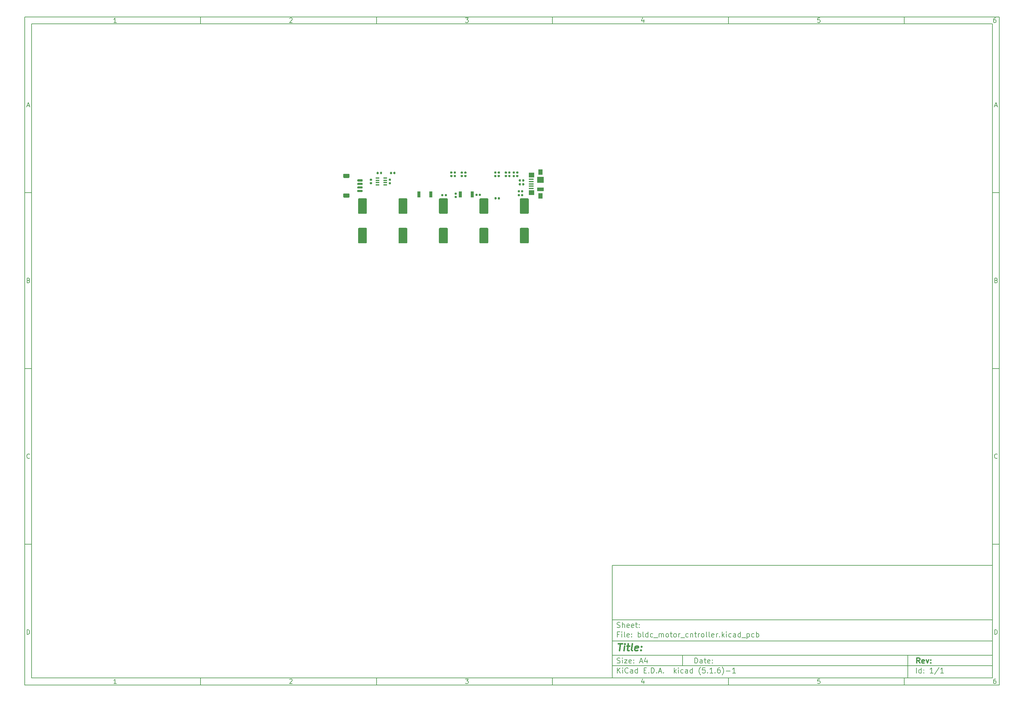
<source format=gbr>
G04 #@! TF.GenerationSoftware,KiCad,Pcbnew,(5.1.6)-1*
G04 #@! TF.CreationDate,2021-03-06T15:59:57+08:00*
G04 #@! TF.ProjectId,bldc_motor_cntroller,626c6463-5f6d-46f7-946f-725f636e7472,rev?*
G04 #@! TF.SameCoordinates,Original*
G04 #@! TF.FileFunction,Paste,Bot*
G04 #@! TF.FilePolarity,Positive*
%FSLAX46Y46*%
G04 Gerber Fmt 4.6, Leading zero omitted, Abs format (unit mm)*
G04 Created by KiCad (PCBNEW (5.1.6)-1) date 2021-03-06 15:59:57*
%MOMM*%
%LPD*%
G01*
G04 APERTURE LIST*
%ADD10C,0.100000*%
%ADD11C,0.150000*%
%ADD12C,0.300000*%
%ADD13C,0.400000*%
%ADD14R,1.900000X1.000000*%
%ADD15R,1.900000X1.800000*%
%ADD16R,1.300000X1.650000*%
%ADD17R,1.550000X1.425000*%
%ADD18R,1.380000X0.450000*%
%ADD19R,1.060000X0.400000*%
%ADD20R,0.900000X1.700000*%
G04 APERTURE END LIST*
D10*
D11*
X177002200Y-166007200D02*
X177002200Y-198007200D01*
X285002200Y-198007200D01*
X285002200Y-166007200D01*
X177002200Y-166007200D01*
D10*
D11*
X10000000Y-10000000D02*
X10000000Y-200007200D01*
X287002200Y-200007200D01*
X287002200Y-10000000D01*
X10000000Y-10000000D01*
D10*
D11*
X12000000Y-12000000D02*
X12000000Y-198007200D01*
X285002200Y-198007200D01*
X285002200Y-12000000D01*
X12000000Y-12000000D01*
D10*
D11*
X60000000Y-12000000D02*
X60000000Y-10000000D01*
D10*
D11*
X110000000Y-12000000D02*
X110000000Y-10000000D01*
D10*
D11*
X160000000Y-12000000D02*
X160000000Y-10000000D01*
D10*
D11*
X210000000Y-12000000D02*
X210000000Y-10000000D01*
D10*
D11*
X260000000Y-12000000D02*
X260000000Y-10000000D01*
D10*
D11*
X36065476Y-11588095D02*
X35322619Y-11588095D01*
X35694047Y-11588095D02*
X35694047Y-10288095D01*
X35570238Y-10473809D01*
X35446428Y-10597619D01*
X35322619Y-10659523D01*
D10*
D11*
X85322619Y-10411904D02*
X85384523Y-10350000D01*
X85508333Y-10288095D01*
X85817857Y-10288095D01*
X85941666Y-10350000D01*
X86003571Y-10411904D01*
X86065476Y-10535714D01*
X86065476Y-10659523D01*
X86003571Y-10845238D01*
X85260714Y-11588095D01*
X86065476Y-11588095D01*
D10*
D11*
X135260714Y-10288095D02*
X136065476Y-10288095D01*
X135632142Y-10783333D01*
X135817857Y-10783333D01*
X135941666Y-10845238D01*
X136003571Y-10907142D01*
X136065476Y-11030952D01*
X136065476Y-11340476D01*
X136003571Y-11464285D01*
X135941666Y-11526190D01*
X135817857Y-11588095D01*
X135446428Y-11588095D01*
X135322619Y-11526190D01*
X135260714Y-11464285D01*
D10*
D11*
X185941666Y-10721428D02*
X185941666Y-11588095D01*
X185632142Y-10226190D02*
X185322619Y-11154761D01*
X186127380Y-11154761D01*
D10*
D11*
X236003571Y-10288095D02*
X235384523Y-10288095D01*
X235322619Y-10907142D01*
X235384523Y-10845238D01*
X235508333Y-10783333D01*
X235817857Y-10783333D01*
X235941666Y-10845238D01*
X236003571Y-10907142D01*
X236065476Y-11030952D01*
X236065476Y-11340476D01*
X236003571Y-11464285D01*
X235941666Y-11526190D01*
X235817857Y-11588095D01*
X235508333Y-11588095D01*
X235384523Y-11526190D01*
X235322619Y-11464285D01*
D10*
D11*
X285941666Y-10288095D02*
X285694047Y-10288095D01*
X285570238Y-10350000D01*
X285508333Y-10411904D01*
X285384523Y-10597619D01*
X285322619Y-10845238D01*
X285322619Y-11340476D01*
X285384523Y-11464285D01*
X285446428Y-11526190D01*
X285570238Y-11588095D01*
X285817857Y-11588095D01*
X285941666Y-11526190D01*
X286003571Y-11464285D01*
X286065476Y-11340476D01*
X286065476Y-11030952D01*
X286003571Y-10907142D01*
X285941666Y-10845238D01*
X285817857Y-10783333D01*
X285570238Y-10783333D01*
X285446428Y-10845238D01*
X285384523Y-10907142D01*
X285322619Y-11030952D01*
D10*
D11*
X60000000Y-198007200D02*
X60000000Y-200007200D01*
D10*
D11*
X110000000Y-198007200D02*
X110000000Y-200007200D01*
D10*
D11*
X160000000Y-198007200D02*
X160000000Y-200007200D01*
D10*
D11*
X210000000Y-198007200D02*
X210000000Y-200007200D01*
D10*
D11*
X260000000Y-198007200D02*
X260000000Y-200007200D01*
D10*
D11*
X36065476Y-199595295D02*
X35322619Y-199595295D01*
X35694047Y-199595295D02*
X35694047Y-198295295D01*
X35570238Y-198481009D01*
X35446428Y-198604819D01*
X35322619Y-198666723D01*
D10*
D11*
X85322619Y-198419104D02*
X85384523Y-198357200D01*
X85508333Y-198295295D01*
X85817857Y-198295295D01*
X85941666Y-198357200D01*
X86003571Y-198419104D01*
X86065476Y-198542914D01*
X86065476Y-198666723D01*
X86003571Y-198852438D01*
X85260714Y-199595295D01*
X86065476Y-199595295D01*
D10*
D11*
X135260714Y-198295295D02*
X136065476Y-198295295D01*
X135632142Y-198790533D01*
X135817857Y-198790533D01*
X135941666Y-198852438D01*
X136003571Y-198914342D01*
X136065476Y-199038152D01*
X136065476Y-199347676D01*
X136003571Y-199471485D01*
X135941666Y-199533390D01*
X135817857Y-199595295D01*
X135446428Y-199595295D01*
X135322619Y-199533390D01*
X135260714Y-199471485D01*
D10*
D11*
X185941666Y-198728628D02*
X185941666Y-199595295D01*
X185632142Y-198233390D02*
X185322619Y-199161961D01*
X186127380Y-199161961D01*
D10*
D11*
X236003571Y-198295295D02*
X235384523Y-198295295D01*
X235322619Y-198914342D01*
X235384523Y-198852438D01*
X235508333Y-198790533D01*
X235817857Y-198790533D01*
X235941666Y-198852438D01*
X236003571Y-198914342D01*
X236065476Y-199038152D01*
X236065476Y-199347676D01*
X236003571Y-199471485D01*
X235941666Y-199533390D01*
X235817857Y-199595295D01*
X235508333Y-199595295D01*
X235384523Y-199533390D01*
X235322619Y-199471485D01*
D10*
D11*
X285941666Y-198295295D02*
X285694047Y-198295295D01*
X285570238Y-198357200D01*
X285508333Y-198419104D01*
X285384523Y-198604819D01*
X285322619Y-198852438D01*
X285322619Y-199347676D01*
X285384523Y-199471485D01*
X285446428Y-199533390D01*
X285570238Y-199595295D01*
X285817857Y-199595295D01*
X285941666Y-199533390D01*
X286003571Y-199471485D01*
X286065476Y-199347676D01*
X286065476Y-199038152D01*
X286003571Y-198914342D01*
X285941666Y-198852438D01*
X285817857Y-198790533D01*
X285570238Y-198790533D01*
X285446428Y-198852438D01*
X285384523Y-198914342D01*
X285322619Y-199038152D01*
D10*
D11*
X10000000Y-60000000D02*
X12000000Y-60000000D01*
D10*
D11*
X10000000Y-110000000D02*
X12000000Y-110000000D01*
D10*
D11*
X10000000Y-160000000D02*
X12000000Y-160000000D01*
D10*
D11*
X10690476Y-35216666D02*
X11309523Y-35216666D01*
X10566666Y-35588095D02*
X11000000Y-34288095D01*
X11433333Y-35588095D01*
D10*
D11*
X11092857Y-84907142D02*
X11278571Y-84969047D01*
X11340476Y-85030952D01*
X11402380Y-85154761D01*
X11402380Y-85340476D01*
X11340476Y-85464285D01*
X11278571Y-85526190D01*
X11154761Y-85588095D01*
X10659523Y-85588095D01*
X10659523Y-84288095D01*
X11092857Y-84288095D01*
X11216666Y-84350000D01*
X11278571Y-84411904D01*
X11340476Y-84535714D01*
X11340476Y-84659523D01*
X11278571Y-84783333D01*
X11216666Y-84845238D01*
X11092857Y-84907142D01*
X10659523Y-84907142D01*
D10*
D11*
X11402380Y-135464285D02*
X11340476Y-135526190D01*
X11154761Y-135588095D01*
X11030952Y-135588095D01*
X10845238Y-135526190D01*
X10721428Y-135402380D01*
X10659523Y-135278571D01*
X10597619Y-135030952D01*
X10597619Y-134845238D01*
X10659523Y-134597619D01*
X10721428Y-134473809D01*
X10845238Y-134350000D01*
X11030952Y-134288095D01*
X11154761Y-134288095D01*
X11340476Y-134350000D01*
X11402380Y-134411904D01*
D10*
D11*
X10659523Y-185588095D02*
X10659523Y-184288095D01*
X10969047Y-184288095D01*
X11154761Y-184350000D01*
X11278571Y-184473809D01*
X11340476Y-184597619D01*
X11402380Y-184845238D01*
X11402380Y-185030952D01*
X11340476Y-185278571D01*
X11278571Y-185402380D01*
X11154761Y-185526190D01*
X10969047Y-185588095D01*
X10659523Y-185588095D01*
D10*
D11*
X287002200Y-60000000D02*
X285002200Y-60000000D01*
D10*
D11*
X287002200Y-110000000D02*
X285002200Y-110000000D01*
D10*
D11*
X287002200Y-160000000D02*
X285002200Y-160000000D01*
D10*
D11*
X285692676Y-35216666D02*
X286311723Y-35216666D01*
X285568866Y-35588095D02*
X286002200Y-34288095D01*
X286435533Y-35588095D01*
D10*
D11*
X286095057Y-84907142D02*
X286280771Y-84969047D01*
X286342676Y-85030952D01*
X286404580Y-85154761D01*
X286404580Y-85340476D01*
X286342676Y-85464285D01*
X286280771Y-85526190D01*
X286156961Y-85588095D01*
X285661723Y-85588095D01*
X285661723Y-84288095D01*
X286095057Y-84288095D01*
X286218866Y-84350000D01*
X286280771Y-84411904D01*
X286342676Y-84535714D01*
X286342676Y-84659523D01*
X286280771Y-84783333D01*
X286218866Y-84845238D01*
X286095057Y-84907142D01*
X285661723Y-84907142D01*
D10*
D11*
X286404580Y-135464285D02*
X286342676Y-135526190D01*
X286156961Y-135588095D01*
X286033152Y-135588095D01*
X285847438Y-135526190D01*
X285723628Y-135402380D01*
X285661723Y-135278571D01*
X285599819Y-135030952D01*
X285599819Y-134845238D01*
X285661723Y-134597619D01*
X285723628Y-134473809D01*
X285847438Y-134350000D01*
X286033152Y-134288095D01*
X286156961Y-134288095D01*
X286342676Y-134350000D01*
X286404580Y-134411904D01*
D10*
D11*
X285661723Y-185588095D02*
X285661723Y-184288095D01*
X285971247Y-184288095D01*
X286156961Y-184350000D01*
X286280771Y-184473809D01*
X286342676Y-184597619D01*
X286404580Y-184845238D01*
X286404580Y-185030952D01*
X286342676Y-185278571D01*
X286280771Y-185402380D01*
X286156961Y-185526190D01*
X285971247Y-185588095D01*
X285661723Y-185588095D01*
D10*
D11*
X200434342Y-193785771D02*
X200434342Y-192285771D01*
X200791485Y-192285771D01*
X201005771Y-192357200D01*
X201148628Y-192500057D01*
X201220057Y-192642914D01*
X201291485Y-192928628D01*
X201291485Y-193142914D01*
X201220057Y-193428628D01*
X201148628Y-193571485D01*
X201005771Y-193714342D01*
X200791485Y-193785771D01*
X200434342Y-193785771D01*
X202577200Y-193785771D02*
X202577200Y-193000057D01*
X202505771Y-192857200D01*
X202362914Y-192785771D01*
X202077200Y-192785771D01*
X201934342Y-192857200D01*
X202577200Y-193714342D02*
X202434342Y-193785771D01*
X202077200Y-193785771D01*
X201934342Y-193714342D01*
X201862914Y-193571485D01*
X201862914Y-193428628D01*
X201934342Y-193285771D01*
X202077200Y-193214342D01*
X202434342Y-193214342D01*
X202577200Y-193142914D01*
X203077200Y-192785771D02*
X203648628Y-192785771D01*
X203291485Y-192285771D02*
X203291485Y-193571485D01*
X203362914Y-193714342D01*
X203505771Y-193785771D01*
X203648628Y-193785771D01*
X204720057Y-193714342D02*
X204577200Y-193785771D01*
X204291485Y-193785771D01*
X204148628Y-193714342D01*
X204077200Y-193571485D01*
X204077200Y-193000057D01*
X204148628Y-192857200D01*
X204291485Y-192785771D01*
X204577200Y-192785771D01*
X204720057Y-192857200D01*
X204791485Y-193000057D01*
X204791485Y-193142914D01*
X204077200Y-193285771D01*
X205434342Y-193642914D02*
X205505771Y-193714342D01*
X205434342Y-193785771D01*
X205362914Y-193714342D01*
X205434342Y-193642914D01*
X205434342Y-193785771D01*
X205434342Y-192857200D02*
X205505771Y-192928628D01*
X205434342Y-193000057D01*
X205362914Y-192928628D01*
X205434342Y-192857200D01*
X205434342Y-193000057D01*
D10*
D11*
X177002200Y-194507200D02*
X285002200Y-194507200D01*
D10*
D11*
X178434342Y-196585771D02*
X178434342Y-195085771D01*
X179291485Y-196585771D02*
X178648628Y-195728628D01*
X179291485Y-195085771D02*
X178434342Y-195942914D01*
X179934342Y-196585771D02*
X179934342Y-195585771D01*
X179934342Y-195085771D02*
X179862914Y-195157200D01*
X179934342Y-195228628D01*
X180005771Y-195157200D01*
X179934342Y-195085771D01*
X179934342Y-195228628D01*
X181505771Y-196442914D02*
X181434342Y-196514342D01*
X181220057Y-196585771D01*
X181077200Y-196585771D01*
X180862914Y-196514342D01*
X180720057Y-196371485D01*
X180648628Y-196228628D01*
X180577200Y-195942914D01*
X180577200Y-195728628D01*
X180648628Y-195442914D01*
X180720057Y-195300057D01*
X180862914Y-195157200D01*
X181077200Y-195085771D01*
X181220057Y-195085771D01*
X181434342Y-195157200D01*
X181505771Y-195228628D01*
X182791485Y-196585771D02*
X182791485Y-195800057D01*
X182720057Y-195657200D01*
X182577200Y-195585771D01*
X182291485Y-195585771D01*
X182148628Y-195657200D01*
X182791485Y-196514342D02*
X182648628Y-196585771D01*
X182291485Y-196585771D01*
X182148628Y-196514342D01*
X182077200Y-196371485D01*
X182077200Y-196228628D01*
X182148628Y-196085771D01*
X182291485Y-196014342D01*
X182648628Y-196014342D01*
X182791485Y-195942914D01*
X184148628Y-196585771D02*
X184148628Y-195085771D01*
X184148628Y-196514342D02*
X184005771Y-196585771D01*
X183720057Y-196585771D01*
X183577200Y-196514342D01*
X183505771Y-196442914D01*
X183434342Y-196300057D01*
X183434342Y-195871485D01*
X183505771Y-195728628D01*
X183577200Y-195657200D01*
X183720057Y-195585771D01*
X184005771Y-195585771D01*
X184148628Y-195657200D01*
X186005771Y-195800057D02*
X186505771Y-195800057D01*
X186720057Y-196585771D02*
X186005771Y-196585771D01*
X186005771Y-195085771D01*
X186720057Y-195085771D01*
X187362914Y-196442914D02*
X187434342Y-196514342D01*
X187362914Y-196585771D01*
X187291485Y-196514342D01*
X187362914Y-196442914D01*
X187362914Y-196585771D01*
X188077200Y-196585771D02*
X188077200Y-195085771D01*
X188434342Y-195085771D01*
X188648628Y-195157200D01*
X188791485Y-195300057D01*
X188862914Y-195442914D01*
X188934342Y-195728628D01*
X188934342Y-195942914D01*
X188862914Y-196228628D01*
X188791485Y-196371485D01*
X188648628Y-196514342D01*
X188434342Y-196585771D01*
X188077200Y-196585771D01*
X189577200Y-196442914D02*
X189648628Y-196514342D01*
X189577200Y-196585771D01*
X189505771Y-196514342D01*
X189577200Y-196442914D01*
X189577200Y-196585771D01*
X190220057Y-196157200D02*
X190934342Y-196157200D01*
X190077200Y-196585771D02*
X190577200Y-195085771D01*
X191077200Y-196585771D01*
X191577200Y-196442914D02*
X191648628Y-196514342D01*
X191577200Y-196585771D01*
X191505771Y-196514342D01*
X191577200Y-196442914D01*
X191577200Y-196585771D01*
X194577200Y-196585771D02*
X194577200Y-195085771D01*
X194720057Y-196014342D02*
X195148628Y-196585771D01*
X195148628Y-195585771D02*
X194577200Y-196157200D01*
X195791485Y-196585771D02*
X195791485Y-195585771D01*
X195791485Y-195085771D02*
X195720057Y-195157200D01*
X195791485Y-195228628D01*
X195862914Y-195157200D01*
X195791485Y-195085771D01*
X195791485Y-195228628D01*
X197148628Y-196514342D02*
X197005771Y-196585771D01*
X196720057Y-196585771D01*
X196577200Y-196514342D01*
X196505771Y-196442914D01*
X196434342Y-196300057D01*
X196434342Y-195871485D01*
X196505771Y-195728628D01*
X196577200Y-195657200D01*
X196720057Y-195585771D01*
X197005771Y-195585771D01*
X197148628Y-195657200D01*
X198434342Y-196585771D02*
X198434342Y-195800057D01*
X198362914Y-195657200D01*
X198220057Y-195585771D01*
X197934342Y-195585771D01*
X197791485Y-195657200D01*
X198434342Y-196514342D02*
X198291485Y-196585771D01*
X197934342Y-196585771D01*
X197791485Y-196514342D01*
X197720057Y-196371485D01*
X197720057Y-196228628D01*
X197791485Y-196085771D01*
X197934342Y-196014342D01*
X198291485Y-196014342D01*
X198434342Y-195942914D01*
X199791485Y-196585771D02*
X199791485Y-195085771D01*
X199791485Y-196514342D02*
X199648628Y-196585771D01*
X199362914Y-196585771D01*
X199220057Y-196514342D01*
X199148628Y-196442914D01*
X199077200Y-196300057D01*
X199077200Y-195871485D01*
X199148628Y-195728628D01*
X199220057Y-195657200D01*
X199362914Y-195585771D01*
X199648628Y-195585771D01*
X199791485Y-195657200D01*
X202077200Y-197157200D02*
X202005771Y-197085771D01*
X201862914Y-196871485D01*
X201791485Y-196728628D01*
X201720057Y-196514342D01*
X201648628Y-196157200D01*
X201648628Y-195871485D01*
X201720057Y-195514342D01*
X201791485Y-195300057D01*
X201862914Y-195157200D01*
X202005771Y-194942914D01*
X202077200Y-194871485D01*
X203362914Y-195085771D02*
X202648628Y-195085771D01*
X202577200Y-195800057D01*
X202648628Y-195728628D01*
X202791485Y-195657200D01*
X203148628Y-195657200D01*
X203291485Y-195728628D01*
X203362914Y-195800057D01*
X203434342Y-195942914D01*
X203434342Y-196300057D01*
X203362914Y-196442914D01*
X203291485Y-196514342D01*
X203148628Y-196585771D01*
X202791485Y-196585771D01*
X202648628Y-196514342D01*
X202577200Y-196442914D01*
X204077200Y-196442914D02*
X204148628Y-196514342D01*
X204077200Y-196585771D01*
X204005771Y-196514342D01*
X204077200Y-196442914D01*
X204077200Y-196585771D01*
X205577200Y-196585771D02*
X204720057Y-196585771D01*
X205148628Y-196585771D02*
X205148628Y-195085771D01*
X205005771Y-195300057D01*
X204862914Y-195442914D01*
X204720057Y-195514342D01*
X206220057Y-196442914D02*
X206291485Y-196514342D01*
X206220057Y-196585771D01*
X206148628Y-196514342D01*
X206220057Y-196442914D01*
X206220057Y-196585771D01*
X207577200Y-195085771D02*
X207291485Y-195085771D01*
X207148628Y-195157200D01*
X207077200Y-195228628D01*
X206934342Y-195442914D01*
X206862914Y-195728628D01*
X206862914Y-196300057D01*
X206934342Y-196442914D01*
X207005771Y-196514342D01*
X207148628Y-196585771D01*
X207434342Y-196585771D01*
X207577200Y-196514342D01*
X207648628Y-196442914D01*
X207720057Y-196300057D01*
X207720057Y-195942914D01*
X207648628Y-195800057D01*
X207577200Y-195728628D01*
X207434342Y-195657200D01*
X207148628Y-195657200D01*
X207005771Y-195728628D01*
X206934342Y-195800057D01*
X206862914Y-195942914D01*
X208220057Y-197157200D02*
X208291485Y-197085771D01*
X208434342Y-196871485D01*
X208505771Y-196728628D01*
X208577200Y-196514342D01*
X208648628Y-196157200D01*
X208648628Y-195871485D01*
X208577200Y-195514342D01*
X208505771Y-195300057D01*
X208434342Y-195157200D01*
X208291485Y-194942914D01*
X208220057Y-194871485D01*
X209362914Y-196014342D02*
X210505771Y-196014342D01*
X212005771Y-196585771D02*
X211148628Y-196585771D01*
X211577200Y-196585771D02*
X211577200Y-195085771D01*
X211434342Y-195300057D01*
X211291485Y-195442914D01*
X211148628Y-195514342D01*
D10*
D11*
X177002200Y-191507200D02*
X285002200Y-191507200D01*
D10*
D12*
X264411485Y-193785771D02*
X263911485Y-193071485D01*
X263554342Y-193785771D02*
X263554342Y-192285771D01*
X264125771Y-192285771D01*
X264268628Y-192357200D01*
X264340057Y-192428628D01*
X264411485Y-192571485D01*
X264411485Y-192785771D01*
X264340057Y-192928628D01*
X264268628Y-193000057D01*
X264125771Y-193071485D01*
X263554342Y-193071485D01*
X265625771Y-193714342D02*
X265482914Y-193785771D01*
X265197200Y-193785771D01*
X265054342Y-193714342D01*
X264982914Y-193571485D01*
X264982914Y-193000057D01*
X265054342Y-192857200D01*
X265197200Y-192785771D01*
X265482914Y-192785771D01*
X265625771Y-192857200D01*
X265697200Y-193000057D01*
X265697200Y-193142914D01*
X264982914Y-193285771D01*
X266197200Y-192785771D02*
X266554342Y-193785771D01*
X266911485Y-192785771D01*
X267482914Y-193642914D02*
X267554342Y-193714342D01*
X267482914Y-193785771D01*
X267411485Y-193714342D01*
X267482914Y-193642914D01*
X267482914Y-193785771D01*
X267482914Y-192857200D02*
X267554342Y-192928628D01*
X267482914Y-193000057D01*
X267411485Y-192928628D01*
X267482914Y-192857200D01*
X267482914Y-193000057D01*
D10*
D11*
X178362914Y-193714342D02*
X178577200Y-193785771D01*
X178934342Y-193785771D01*
X179077200Y-193714342D01*
X179148628Y-193642914D01*
X179220057Y-193500057D01*
X179220057Y-193357200D01*
X179148628Y-193214342D01*
X179077200Y-193142914D01*
X178934342Y-193071485D01*
X178648628Y-193000057D01*
X178505771Y-192928628D01*
X178434342Y-192857200D01*
X178362914Y-192714342D01*
X178362914Y-192571485D01*
X178434342Y-192428628D01*
X178505771Y-192357200D01*
X178648628Y-192285771D01*
X179005771Y-192285771D01*
X179220057Y-192357200D01*
X179862914Y-193785771D02*
X179862914Y-192785771D01*
X179862914Y-192285771D02*
X179791485Y-192357200D01*
X179862914Y-192428628D01*
X179934342Y-192357200D01*
X179862914Y-192285771D01*
X179862914Y-192428628D01*
X180434342Y-192785771D02*
X181220057Y-192785771D01*
X180434342Y-193785771D01*
X181220057Y-193785771D01*
X182362914Y-193714342D02*
X182220057Y-193785771D01*
X181934342Y-193785771D01*
X181791485Y-193714342D01*
X181720057Y-193571485D01*
X181720057Y-193000057D01*
X181791485Y-192857200D01*
X181934342Y-192785771D01*
X182220057Y-192785771D01*
X182362914Y-192857200D01*
X182434342Y-193000057D01*
X182434342Y-193142914D01*
X181720057Y-193285771D01*
X183077200Y-193642914D02*
X183148628Y-193714342D01*
X183077200Y-193785771D01*
X183005771Y-193714342D01*
X183077200Y-193642914D01*
X183077200Y-193785771D01*
X183077200Y-192857200D02*
X183148628Y-192928628D01*
X183077200Y-193000057D01*
X183005771Y-192928628D01*
X183077200Y-192857200D01*
X183077200Y-193000057D01*
X184862914Y-193357200D02*
X185577200Y-193357200D01*
X184720057Y-193785771D02*
X185220057Y-192285771D01*
X185720057Y-193785771D01*
X186862914Y-192785771D02*
X186862914Y-193785771D01*
X186505771Y-192214342D02*
X186148628Y-193285771D01*
X187077200Y-193285771D01*
D10*
D11*
X263434342Y-196585771D02*
X263434342Y-195085771D01*
X264791485Y-196585771D02*
X264791485Y-195085771D01*
X264791485Y-196514342D02*
X264648628Y-196585771D01*
X264362914Y-196585771D01*
X264220057Y-196514342D01*
X264148628Y-196442914D01*
X264077200Y-196300057D01*
X264077200Y-195871485D01*
X264148628Y-195728628D01*
X264220057Y-195657200D01*
X264362914Y-195585771D01*
X264648628Y-195585771D01*
X264791485Y-195657200D01*
X265505771Y-196442914D02*
X265577200Y-196514342D01*
X265505771Y-196585771D01*
X265434342Y-196514342D01*
X265505771Y-196442914D01*
X265505771Y-196585771D01*
X265505771Y-195657200D02*
X265577200Y-195728628D01*
X265505771Y-195800057D01*
X265434342Y-195728628D01*
X265505771Y-195657200D01*
X265505771Y-195800057D01*
X268148628Y-196585771D02*
X267291485Y-196585771D01*
X267720057Y-196585771D02*
X267720057Y-195085771D01*
X267577200Y-195300057D01*
X267434342Y-195442914D01*
X267291485Y-195514342D01*
X269862914Y-195014342D02*
X268577200Y-196942914D01*
X271148628Y-196585771D02*
X270291485Y-196585771D01*
X270720057Y-196585771D02*
X270720057Y-195085771D01*
X270577200Y-195300057D01*
X270434342Y-195442914D01*
X270291485Y-195514342D01*
D10*
D11*
X177002200Y-187507200D02*
X285002200Y-187507200D01*
D10*
D13*
X178714580Y-188211961D02*
X179857438Y-188211961D01*
X179036009Y-190211961D02*
X179286009Y-188211961D01*
X180274104Y-190211961D02*
X180440771Y-188878628D01*
X180524104Y-188211961D02*
X180416961Y-188307200D01*
X180500295Y-188402438D01*
X180607438Y-188307200D01*
X180524104Y-188211961D01*
X180500295Y-188402438D01*
X181107438Y-188878628D02*
X181869342Y-188878628D01*
X181476485Y-188211961D02*
X181262200Y-189926247D01*
X181333628Y-190116723D01*
X181512200Y-190211961D01*
X181702676Y-190211961D01*
X182655057Y-190211961D02*
X182476485Y-190116723D01*
X182405057Y-189926247D01*
X182619342Y-188211961D01*
X184190771Y-190116723D02*
X183988390Y-190211961D01*
X183607438Y-190211961D01*
X183428866Y-190116723D01*
X183357438Y-189926247D01*
X183452676Y-189164342D01*
X183571723Y-188973866D01*
X183774104Y-188878628D01*
X184155057Y-188878628D01*
X184333628Y-188973866D01*
X184405057Y-189164342D01*
X184381247Y-189354819D01*
X183405057Y-189545295D01*
X185155057Y-190021485D02*
X185238390Y-190116723D01*
X185131247Y-190211961D01*
X185047914Y-190116723D01*
X185155057Y-190021485D01*
X185131247Y-190211961D01*
X185286009Y-188973866D02*
X185369342Y-189069104D01*
X185262200Y-189164342D01*
X185178866Y-189069104D01*
X185286009Y-188973866D01*
X185262200Y-189164342D01*
D10*
D11*
X178934342Y-185600057D02*
X178434342Y-185600057D01*
X178434342Y-186385771D02*
X178434342Y-184885771D01*
X179148628Y-184885771D01*
X179720057Y-186385771D02*
X179720057Y-185385771D01*
X179720057Y-184885771D02*
X179648628Y-184957200D01*
X179720057Y-185028628D01*
X179791485Y-184957200D01*
X179720057Y-184885771D01*
X179720057Y-185028628D01*
X180648628Y-186385771D02*
X180505771Y-186314342D01*
X180434342Y-186171485D01*
X180434342Y-184885771D01*
X181791485Y-186314342D02*
X181648628Y-186385771D01*
X181362914Y-186385771D01*
X181220057Y-186314342D01*
X181148628Y-186171485D01*
X181148628Y-185600057D01*
X181220057Y-185457200D01*
X181362914Y-185385771D01*
X181648628Y-185385771D01*
X181791485Y-185457200D01*
X181862914Y-185600057D01*
X181862914Y-185742914D01*
X181148628Y-185885771D01*
X182505771Y-186242914D02*
X182577200Y-186314342D01*
X182505771Y-186385771D01*
X182434342Y-186314342D01*
X182505771Y-186242914D01*
X182505771Y-186385771D01*
X182505771Y-185457200D02*
X182577200Y-185528628D01*
X182505771Y-185600057D01*
X182434342Y-185528628D01*
X182505771Y-185457200D01*
X182505771Y-185600057D01*
X184362914Y-186385771D02*
X184362914Y-184885771D01*
X184362914Y-185457200D02*
X184505771Y-185385771D01*
X184791485Y-185385771D01*
X184934342Y-185457200D01*
X185005771Y-185528628D01*
X185077200Y-185671485D01*
X185077200Y-186100057D01*
X185005771Y-186242914D01*
X184934342Y-186314342D01*
X184791485Y-186385771D01*
X184505771Y-186385771D01*
X184362914Y-186314342D01*
X185934342Y-186385771D02*
X185791485Y-186314342D01*
X185720057Y-186171485D01*
X185720057Y-184885771D01*
X187148628Y-186385771D02*
X187148628Y-184885771D01*
X187148628Y-186314342D02*
X187005771Y-186385771D01*
X186720057Y-186385771D01*
X186577200Y-186314342D01*
X186505771Y-186242914D01*
X186434342Y-186100057D01*
X186434342Y-185671485D01*
X186505771Y-185528628D01*
X186577200Y-185457200D01*
X186720057Y-185385771D01*
X187005771Y-185385771D01*
X187148628Y-185457200D01*
X188505771Y-186314342D02*
X188362914Y-186385771D01*
X188077200Y-186385771D01*
X187934342Y-186314342D01*
X187862914Y-186242914D01*
X187791485Y-186100057D01*
X187791485Y-185671485D01*
X187862914Y-185528628D01*
X187934342Y-185457200D01*
X188077200Y-185385771D01*
X188362914Y-185385771D01*
X188505771Y-185457200D01*
X188791485Y-186528628D02*
X189934342Y-186528628D01*
X190291485Y-186385771D02*
X190291485Y-185385771D01*
X190291485Y-185528628D02*
X190362914Y-185457200D01*
X190505771Y-185385771D01*
X190720057Y-185385771D01*
X190862914Y-185457200D01*
X190934342Y-185600057D01*
X190934342Y-186385771D01*
X190934342Y-185600057D02*
X191005771Y-185457200D01*
X191148628Y-185385771D01*
X191362914Y-185385771D01*
X191505771Y-185457200D01*
X191577200Y-185600057D01*
X191577200Y-186385771D01*
X192505771Y-186385771D02*
X192362914Y-186314342D01*
X192291485Y-186242914D01*
X192220057Y-186100057D01*
X192220057Y-185671485D01*
X192291485Y-185528628D01*
X192362914Y-185457200D01*
X192505771Y-185385771D01*
X192720057Y-185385771D01*
X192862914Y-185457200D01*
X192934342Y-185528628D01*
X193005771Y-185671485D01*
X193005771Y-186100057D01*
X192934342Y-186242914D01*
X192862914Y-186314342D01*
X192720057Y-186385771D01*
X192505771Y-186385771D01*
X193434342Y-185385771D02*
X194005771Y-185385771D01*
X193648628Y-184885771D02*
X193648628Y-186171485D01*
X193720057Y-186314342D01*
X193862914Y-186385771D01*
X194005771Y-186385771D01*
X194720057Y-186385771D02*
X194577200Y-186314342D01*
X194505771Y-186242914D01*
X194434342Y-186100057D01*
X194434342Y-185671485D01*
X194505771Y-185528628D01*
X194577200Y-185457200D01*
X194720057Y-185385771D01*
X194934342Y-185385771D01*
X195077200Y-185457200D01*
X195148628Y-185528628D01*
X195220057Y-185671485D01*
X195220057Y-186100057D01*
X195148628Y-186242914D01*
X195077200Y-186314342D01*
X194934342Y-186385771D01*
X194720057Y-186385771D01*
X195862914Y-186385771D02*
X195862914Y-185385771D01*
X195862914Y-185671485D02*
X195934342Y-185528628D01*
X196005771Y-185457200D01*
X196148628Y-185385771D01*
X196291485Y-185385771D01*
X196434342Y-186528628D02*
X197577200Y-186528628D01*
X198577200Y-186314342D02*
X198434342Y-186385771D01*
X198148628Y-186385771D01*
X198005771Y-186314342D01*
X197934342Y-186242914D01*
X197862914Y-186100057D01*
X197862914Y-185671485D01*
X197934342Y-185528628D01*
X198005771Y-185457200D01*
X198148628Y-185385771D01*
X198434342Y-185385771D01*
X198577200Y-185457200D01*
X199220057Y-185385771D02*
X199220057Y-186385771D01*
X199220057Y-185528628D02*
X199291485Y-185457200D01*
X199434342Y-185385771D01*
X199648628Y-185385771D01*
X199791485Y-185457200D01*
X199862914Y-185600057D01*
X199862914Y-186385771D01*
X200362914Y-185385771D02*
X200934342Y-185385771D01*
X200577200Y-184885771D02*
X200577200Y-186171485D01*
X200648628Y-186314342D01*
X200791485Y-186385771D01*
X200934342Y-186385771D01*
X201434342Y-186385771D02*
X201434342Y-185385771D01*
X201434342Y-185671485D02*
X201505771Y-185528628D01*
X201577200Y-185457200D01*
X201720057Y-185385771D01*
X201862914Y-185385771D01*
X202577200Y-186385771D02*
X202434342Y-186314342D01*
X202362914Y-186242914D01*
X202291485Y-186100057D01*
X202291485Y-185671485D01*
X202362914Y-185528628D01*
X202434342Y-185457200D01*
X202577200Y-185385771D01*
X202791485Y-185385771D01*
X202934342Y-185457200D01*
X203005771Y-185528628D01*
X203077200Y-185671485D01*
X203077200Y-186100057D01*
X203005771Y-186242914D01*
X202934342Y-186314342D01*
X202791485Y-186385771D01*
X202577200Y-186385771D01*
X203934342Y-186385771D02*
X203791485Y-186314342D01*
X203720057Y-186171485D01*
X203720057Y-184885771D01*
X204720057Y-186385771D02*
X204577200Y-186314342D01*
X204505771Y-186171485D01*
X204505771Y-184885771D01*
X205862914Y-186314342D02*
X205720057Y-186385771D01*
X205434342Y-186385771D01*
X205291485Y-186314342D01*
X205220057Y-186171485D01*
X205220057Y-185600057D01*
X205291485Y-185457200D01*
X205434342Y-185385771D01*
X205720057Y-185385771D01*
X205862914Y-185457200D01*
X205934342Y-185600057D01*
X205934342Y-185742914D01*
X205220057Y-185885771D01*
X206577200Y-186385771D02*
X206577200Y-185385771D01*
X206577200Y-185671485D02*
X206648628Y-185528628D01*
X206720057Y-185457200D01*
X206862914Y-185385771D01*
X207005771Y-185385771D01*
X207505771Y-186242914D02*
X207577200Y-186314342D01*
X207505771Y-186385771D01*
X207434342Y-186314342D01*
X207505771Y-186242914D01*
X207505771Y-186385771D01*
X208220057Y-186385771D02*
X208220057Y-184885771D01*
X208362914Y-185814342D02*
X208791485Y-186385771D01*
X208791485Y-185385771D02*
X208220057Y-185957200D01*
X209434342Y-186385771D02*
X209434342Y-185385771D01*
X209434342Y-184885771D02*
X209362914Y-184957200D01*
X209434342Y-185028628D01*
X209505771Y-184957200D01*
X209434342Y-184885771D01*
X209434342Y-185028628D01*
X210791485Y-186314342D02*
X210648628Y-186385771D01*
X210362914Y-186385771D01*
X210220057Y-186314342D01*
X210148628Y-186242914D01*
X210077200Y-186100057D01*
X210077200Y-185671485D01*
X210148628Y-185528628D01*
X210220057Y-185457200D01*
X210362914Y-185385771D01*
X210648628Y-185385771D01*
X210791485Y-185457200D01*
X212077200Y-186385771D02*
X212077200Y-185600057D01*
X212005771Y-185457200D01*
X211862914Y-185385771D01*
X211577200Y-185385771D01*
X211434342Y-185457200D01*
X212077200Y-186314342D02*
X211934342Y-186385771D01*
X211577200Y-186385771D01*
X211434342Y-186314342D01*
X211362914Y-186171485D01*
X211362914Y-186028628D01*
X211434342Y-185885771D01*
X211577200Y-185814342D01*
X211934342Y-185814342D01*
X212077200Y-185742914D01*
X213434342Y-186385771D02*
X213434342Y-184885771D01*
X213434342Y-186314342D02*
X213291485Y-186385771D01*
X213005771Y-186385771D01*
X212862914Y-186314342D01*
X212791485Y-186242914D01*
X212720057Y-186100057D01*
X212720057Y-185671485D01*
X212791485Y-185528628D01*
X212862914Y-185457200D01*
X213005771Y-185385771D01*
X213291485Y-185385771D01*
X213434342Y-185457200D01*
X213791485Y-186528628D02*
X214934342Y-186528628D01*
X215291485Y-185385771D02*
X215291485Y-186885771D01*
X215291485Y-185457200D02*
X215434342Y-185385771D01*
X215720057Y-185385771D01*
X215862914Y-185457200D01*
X215934342Y-185528628D01*
X216005771Y-185671485D01*
X216005771Y-186100057D01*
X215934342Y-186242914D01*
X215862914Y-186314342D01*
X215720057Y-186385771D01*
X215434342Y-186385771D01*
X215291485Y-186314342D01*
X217291485Y-186314342D02*
X217148628Y-186385771D01*
X216862914Y-186385771D01*
X216720057Y-186314342D01*
X216648628Y-186242914D01*
X216577200Y-186100057D01*
X216577200Y-185671485D01*
X216648628Y-185528628D01*
X216720057Y-185457200D01*
X216862914Y-185385771D01*
X217148628Y-185385771D01*
X217291485Y-185457200D01*
X217934342Y-186385771D02*
X217934342Y-184885771D01*
X217934342Y-185457200D02*
X218077200Y-185385771D01*
X218362914Y-185385771D01*
X218505771Y-185457200D01*
X218577200Y-185528628D01*
X218648628Y-185671485D01*
X218648628Y-186100057D01*
X218577200Y-186242914D01*
X218505771Y-186314342D01*
X218362914Y-186385771D01*
X218077200Y-186385771D01*
X217934342Y-186314342D01*
D10*
D11*
X177002200Y-181507200D02*
X285002200Y-181507200D01*
D10*
D11*
X178362914Y-183614342D02*
X178577200Y-183685771D01*
X178934342Y-183685771D01*
X179077200Y-183614342D01*
X179148628Y-183542914D01*
X179220057Y-183400057D01*
X179220057Y-183257200D01*
X179148628Y-183114342D01*
X179077200Y-183042914D01*
X178934342Y-182971485D01*
X178648628Y-182900057D01*
X178505771Y-182828628D01*
X178434342Y-182757200D01*
X178362914Y-182614342D01*
X178362914Y-182471485D01*
X178434342Y-182328628D01*
X178505771Y-182257200D01*
X178648628Y-182185771D01*
X179005771Y-182185771D01*
X179220057Y-182257200D01*
X179862914Y-183685771D02*
X179862914Y-182185771D01*
X180505771Y-183685771D02*
X180505771Y-182900057D01*
X180434342Y-182757200D01*
X180291485Y-182685771D01*
X180077200Y-182685771D01*
X179934342Y-182757200D01*
X179862914Y-182828628D01*
X181791485Y-183614342D02*
X181648628Y-183685771D01*
X181362914Y-183685771D01*
X181220057Y-183614342D01*
X181148628Y-183471485D01*
X181148628Y-182900057D01*
X181220057Y-182757200D01*
X181362914Y-182685771D01*
X181648628Y-182685771D01*
X181791485Y-182757200D01*
X181862914Y-182900057D01*
X181862914Y-183042914D01*
X181148628Y-183185771D01*
X183077200Y-183614342D02*
X182934342Y-183685771D01*
X182648628Y-183685771D01*
X182505771Y-183614342D01*
X182434342Y-183471485D01*
X182434342Y-182900057D01*
X182505771Y-182757200D01*
X182648628Y-182685771D01*
X182934342Y-182685771D01*
X183077200Y-182757200D01*
X183148628Y-182900057D01*
X183148628Y-183042914D01*
X182434342Y-183185771D01*
X183577200Y-182685771D02*
X184148628Y-182685771D01*
X183791485Y-182185771D02*
X183791485Y-183471485D01*
X183862914Y-183614342D01*
X184005771Y-183685771D01*
X184148628Y-183685771D01*
X184648628Y-183542914D02*
X184720057Y-183614342D01*
X184648628Y-183685771D01*
X184577200Y-183614342D01*
X184648628Y-183542914D01*
X184648628Y-183685771D01*
X184648628Y-182757200D02*
X184720057Y-182828628D01*
X184648628Y-182900057D01*
X184577200Y-182828628D01*
X184648628Y-182757200D01*
X184648628Y-182900057D01*
D10*
D11*
X197002200Y-191507200D02*
X197002200Y-194507200D01*
D10*
D11*
X261002200Y-191507200D02*
X261002200Y-198007200D01*
G36*
G01*
X102075001Y-55800000D02*
X100774999Y-55800000D01*
G75*
G02*
X100525000Y-55550001I0J249999D01*
G01*
X100525000Y-54849999D01*
G75*
G02*
X100774999Y-54600000I249999J0D01*
G01*
X102075001Y-54600000D01*
G75*
G02*
X102325000Y-54849999I0J-249999D01*
G01*
X102325000Y-55550001D01*
G75*
G02*
X102075001Y-55800000I-249999J0D01*
G01*
G37*
G36*
G01*
X102075001Y-61400000D02*
X100774999Y-61400000D01*
G75*
G02*
X100525000Y-61150001I0J249999D01*
G01*
X100525000Y-60449999D01*
G75*
G02*
X100774999Y-60200000I249999J0D01*
G01*
X102075001Y-60200000D01*
G75*
G02*
X102325000Y-60449999I0J-249999D01*
G01*
X102325000Y-61150001D01*
G75*
G02*
X102075001Y-61400000I-249999J0D01*
G01*
G37*
G36*
G01*
X105925000Y-56800000D02*
X104675000Y-56800000D01*
G75*
G02*
X104525000Y-56650000I0J150000D01*
G01*
X104525000Y-56350000D01*
G75*
G02*
X104675000Y-56200000I150000J0D01*
G01*
X105925000Y-56200000D01*
G75*
G02*
X106075000Y-56350000I0J-150000D01*
G01*
X106075000Y-56650000D01*
G75*
G02*
X105925000Y-56800000I-150000J0D01*
G01*
G37*
G36*
G01*
X105925000Y-57800000D02*
X104675000Y-57800000D01*
G75*
G02*
X104525000Y-57650000I0J150000D01*
G01*
X104525000Y-57350000D01*
G75*
G02*
X104675000Y-57200000I150000J0D01*
G01*
X105925000Y-57200000D01*
G75*
G02*
X106075000Y-57350000I0J-150000D01*
G01*
X106075000Y-57650000D01*
G75*
G02*
X105925000Y-57800000I-150000J0D01*
G01*
G37*
G36*
G01*
X105925000Y-58800000D02*
X104675000Y-58800000D01*
G75*
G02*
X104525000Y-58650000I0J150000D01*
G01*
X104525000Y-58350000D01*
G75*
G02*
X104675000Y-58200000I150000J0D01*
G01*
X105925000Y-58200000D01*
G75*
G02*
X106075000Y-58350000I0J-150000D01*
G01*
X106075000Y-58650000D01*
G75*
G02*
X105925000Y-58800000I-150000J0D01*
G01*
G37*
G36*
G01*
X105925000Y-59800000D02*
X104675000Y-59800000D01*
G75*
G02*
X104525000Y-59650000I0J150000D01*
G01*
X104525000Y-59350000D01*
G75*
G02*
X104675000Y-59200000I150000J0D01*
G01*
X105925000Y-59200000D01*
G75*
G02*
X106075000Y-59350000I0J-150000D01*
G01*
X106075000Y-59650000D01*
G75*
G02*
X105925000Y-59800000I-150000J0D01*
G01*
G37*
D14*
X156600000Y-59050000D03*
D15*
X156600000Y-56350000D03*
D16*
X156600000Y-60875000D03*
X156600000Y-54125000D03*
D17*
X154025000Y-59987500D03*
X154025000Y-55012500D03*
D18*
X153940000Y-58800000D03*
X153940000Y-58150000D03*
X153940000Y-57500000D03*
X153940000Y-56850000D03*
X153940000Y-56200000D03*
G36*
G01*
X107000000Y-66000000D02*
X105000000Y-66000000D01*
G75*
G02*
X104750000Y-65750000I0J250000D01*
G01*
X104750000Y-61850000D01*
G75*
G02*
X105000000Y-61600000I250000J0D01*
G01*
X107000000Y-61600000D01*
G75*
G02*
X107250000Y-61850000I0J-250000D01*
G01*
X107250000Y-65750000D01*
G75*
G02*
X107000000Y-66000000I-250000J0D01*
G01*
G37*
G36*
G01*
X107000000Y-74400000D02*
X105000000Y-74400000D01*
G75*
G02*
X104750000Y-74150000I0J250000D01*
G01*
X104750000Y-70250000D01*
G75*
G02*
X105000000Y-70000000I250000J0D01*
G01*
X107000000Y-70000000D01*
G75*
G02*
X107250000Y-70250000I0J-250000D01*
G01*
X107250000Y-74150000D01*
G75*
G02*
X107000000Y-74400000I-250000J0D01*
G01*
G37*
D19*
X110300000Y-55820000D03*
X110300000Y-56470000D03*
X110300000Y-57130000D03*
X110300000Y-57780000D03*
X112500000Y-57780000D03*
X112500000Y-57130000D03*
X112500000Y-56470000D03*
X112500000Y-55820000D03*
D20*
X122000000Y-60500000D03*
X125400000Y-60500000D03*
X133800000Y-60500000D03*
X137200000Y-60500000D03*
G36*
G01*
X138710000Y-60427500D02*
X138710000Y-60772500D01*
G75*
G02*
X138562500Y-60920000I-147500J0D01*
G01*
X138267500Y-60920000D01*
G75*
G02*
X138120000Y-60772500I0J147500D01*
G01*
X138120000Y-60427500D01*
G75*
G02*
X138267500Y-60280000I147500J0D01*
G01*
X138562500Y-60280000D01*
G75*
G02*
X138710000Y-60427500I0J-147500D01*
G01*
G37*
G36*
G01*
X139680000Y-60427500D02*
X139680000Y-60772500D01*
G75*
G02*
X139532500Y-60920000I-147500J0D01*
G01*
X139237500Y-60920000D01*
G75*
G02*
X139090000Y-60772500I0J147500D01*
G01*
X139090000Y-60427500D01*
G75*
G02*
X139237500Y-60280000I147500J0D01*
G01*
X139532500Y-60280000D01*
G75*
G02*
X139680000Y-60427500I0J-147500D01*
G01*
G37*
G36*
G01*
X151090000Y-60872500D02*
X151090000Y-60527500D01*
G75*
G02*
X151237500Y-60380000I147500J0D01*
G01*
X151532500Y-60380000D01*
G75*
G02*
X151680000Y-60527500I0J-147500D01*
G01*
X151680000Y-60872500D01*
G75*
G02*
X151532500Y-61020000I-147500J0D01*
G01*
X151237500Y-61020000D01*
G75*
G02*
X151090000Y-60872500I0J147500D01*
G01*
G37*
G36*
G01*
X150120000Y-60872500D02*
X150120000Y-60527500D01*
G75*
G02*
X150267500Y-60380000I147500J0D01*
G01*
X150562500Y-60380000D01*
G75*
G02*
X150710000Y-60527500I0J-147500D01*
G01*
X150710000Y-60872500D01*
G75*
G02*
X150562500Y-61020000I-147500J0D01*
G01*
X150267500Y-61020000D01*
G75*
G02*
X150120000Y-60872500I0J147500D01*
G01*
G37*
G36*
G01*
X144490000Y-61772500D02*
X144490000Y-61427500D01*
G75*
G02*
X144637500Y-61280000I147500J0D01*
G01*
X144932500Y-61280000D01*
G75*
G02*
X145080000Y-61427500I0J-147500D01*
G01*
X145080000Y-61772500D01*
G75*
G02*
X144932500Y-61920000I-147500J0D01*
G01*
X144637500Y-61920000D01*
G75*
G02*
X144490000Y-61772500I0J147500D01*
G01*
G37*
G36*
G01*
X143520000Y-61772500D02*
X143520000Y-61427500D01*
G75*
G02*
X143667500Y-61280000I147500J0D01*
G01*
X143962500Y-61280000D01*
G75*
G02*
X144110000Y-61427500I0J-147500D01*
G01*
X144110000Y-61772500D01*
G75*
G02*
X143962500Y-61920000I-147500J0D01*
G01*
X143667500Y-61920000D01*
G75*
G02*
X143520000Y-61772500I0J147500D01*
G01*
G37*
G36*
G01*
X151090000Y-59772500D02*
X151090000Y-59427500D01*
G75*
G02*
X151237500Y-59280000I147500J0D01*
G01*
X151532500Y-59280000D01*
G75*
G02*
X151680000Y-59427500I0J-147500D01*
G01*
X151680000Y-59772500D01*
G75*
G02*
X151532500Y-59920000I-147500J0D01*
G01*
X151237500Y-59920000D01*
G75*
G02*
X151090000Y-59772500I0J147500D01*
G01*
G37*
G36*
G01*
X150120000Y-59772500D02*
X150120000Y-59427500D01*
G75*
G02*
X150267500Y-59280000I147500J0D01*
G01*
X150562500Y-59280000D01*
G75*
G02*
X150710000Y-59427500I0J-147500D01*
G01*
X150710000Y-59772500D01*
G75*
G02*
X150562500Y-59920000I-147500J0D01*
G01*
X150267500Y-59920000D01*
G75*
G02*
X150120000Y-59772500I0J147500D01*
G01*
G37*
G36*
G01*
X129390000Y-60872500D02*
X129390000Y-60527500D01*
G75*
G02*
X129537500Y-60380000I147500J0D01*
G01*
X129832500Y-60380000D01*
G75*
G02*
X129980000Y-60527500I0J-147500D01*
G01*
X129980000Y-60872500D01*
G75*
G02*
X129832500Y-61020000I-147500J0D01*
G01*
X129537500Y-61020000D01*
G75*
G02*
X129390000Y-60872500I0J147500D01*
G01*
G37*
G36*
G01*
X128420000Y-60872500D02*
X128420000Y-60527500D01*
G75*
G02*
X128567500Y-60380000I147500J0D01*
G01*
X128862500Y-60380000D01*
G75*
G02*
X129010000Y-60527500I0J-147500D01*
G01*
X129010000Y-60872500D01*
G75*
G02*
X128862500Y-61020000I-147500J0D01*
G01*
X128567500Y-61020000D01*
G75*
G02*
X128420000Y-60872500I0J147500D01*
G01*
G37*
G36*
G01*
X108572500Y-56610000D02*
X108227500Y-56610000D01*
G75*
G02*
X108080000Y-56462500I0J147500D01*
G01*
X108080000Y-56167500D01*
G75*
G02*
X108227500Y-56020000I147500J0D01*
G01*
X108572500Y-56020000D01*
G75*
G02*
X108720000Y-56167500I0J-147500D01*
G01*
X108720000Y-56462500D01*
G75*
G02*
X108572500Y-56610000I-147500J0D01*
G01*
G37*
G36*
G01*
X108572500Y-57580000D02*
X108227500Y-57580000D01*
G75*
G02*
X108080000Y-57432500I0J147500D01*
G01*
X108080000Y-57137500D01*
G75*
G02*
X108227500Y-56990000I147500J0D01*
G01*
X108572500Y-56990000D01*
G75*
G02*
X108720000Y-57137500I0J-147500D01*
G01*
X108720000Y-57432500D01*
G75*
G02*
X108572500Y-57580000I-147500J0D01*
G01*
G37*
G36*
G01*
X132672500Y-60560000D02*
X132327500Y-60560000D01*
G75*
G02*
X132180000Y-60412500I0J147500D01*
G01*
X132180000Y-60117500D01*
G75*
G02*
X132327500Y-59970000I147500J0D01*
G01*
X132672500Y-59970000D01*
G75*
G02*
X132820000Y-60117500I0J-147500D01*
G01*
X132820000Y-60412500D01*
G75*
G02*
X132672500Y-60560000I-147500J0D01*
G01*
G37*
G36*
G01*
X132672500Y-61530000D02*
X132327500Y-61530000D01*
G75*
G02*
X132180000Y-61382500I0J147500D01*
G01*
X132180000Y-61087500D01*
G75*
G02*
X132327500Y-60940000I147500J0D01*
G01*
X132672500Y-60940000D01*
G75*
G02*
X132820000Y-61087500I0J-147500D01*
G01*
X132820000Y-61382500D01*
G75*
G02*
X132672500Y-61530000I-147500J0D01*
G01*
G37*
G36*
G01*
X151390000Y-56672500D02*
X151390000Y-56327500D01*
G75*
G02*
X151537500Y-56180000I147500J0D01*
G01*
X151832500Y-56180000D01*
G75*
G02*
X151980000Y-56327500I0J-147500D01*
G01*
X151980000Y-56672500D01*
G75*
G02*
X151832500Y-56820000I-147500J0D01*
G01*
X151537500Y-56820000D01*
G75*
G02*
X151390000Y-56672500I0J147500D01*
G01*
G37*
G36*
G01*
X150420000Y-56672500D02*
X150420000Y-56327500D01*
G75*
G02*
X150567500Y-56180000I147500J0D01*
G01*
X150862500Y-56180000D01*
G75*
G02*
X151010000Y-56327500I0J-147500D01*
G01*
X151010000Y-56672500D01*
G75*
G02*
X150862500Y-56820000I-147500J0D01*
G01*
X150567500Y-56820000D01*
G75*
G02*
X150420000Y-56672500I0J147500D01*
G01*
G37*
G36*
G01*
X151390000Y-57772500D02*
X151390000Y-57427500D01*
G75*
G02*
X151537500Y-57280000I147500J0D01*
G01*
X151832500Y-57280000D01*
G75*
G02*
X151980000Y-57427500I0J-147500D01*
G01*
X151980000Y-57772500D01*
G75*
G02*
X151832500Y-57920000I-147500J0D01*
G01*
X151537500Y-57920000D01*
G75*
G02*
X151390000Y-57772500I0J147500D01*
G01*
G37*
G36*
G01*
X150420000Y-57772500D02*
X150420000Y-57427500D01*
G75*
G02*
X150567500Y-57280000I147500J0D01*
G01*
X150862500Y-57280000D01*
G75*
G02*
X151010000Y-57427500I0J-147500D01*
G01*
X151010000Y-57772500D01*
G75*
G02*
X150862500Y-57920000I-147500J0D01*
G01*
X150567500Y-57920000D01*
G75*
G02*
X150420000Y-57772500I0J147500D01*
G01*
G37*
G36*
G01*
X148827500Y-54955000D02*
X149172500Y-54955000D01*
G75*
G02*
X149320000Y-55102500I0J-147500D01*
G01*
X149320000Y-55397500D01*
G75*
G02*
X149172500Y-55545000I-147500J0D01*
G01*
X148827500Y-55545000D01*
G75*
G02*
X148680000Y-55397500I0J147500D01*
G01*
X148680000Y-55102500D01*
G75*
G02*
X148827500Y-54955000I147500J0D01*
G01*
G37*
G36*
G01*
X148827500Y-53985000D02*
X149172500Y-53985000D01*
G75*
G02*
X149320000Y-54132500I0J-147500D01*
G01*
X149320000Y-54427500D01*
G75*
G02*
X149172500Y-54575000I-147500J0D01*
G01*
X148827500Y-54575000D01*
G75*
G02*
X148680000Y-54427500I0J147500D01*
G01*
X148680000Y-54132500D01*
G75*
G02*
X148827500Y-53985000I147500J0D01*
G01*
G37*
G36*
G01*
X146577500Y-54940000D02*
X146922500Y-54940000D01*
G75*
G02*
X147070000Y-55087500I0J-147500D01*
G01*
X147070000Y-55382500D01*
G75*
G02*
X146922500Y-55530000I-147500J0D01*
G01*
X146577500Y-55530000D01*
G75*
G02*
X146430000Y-55382500I0J147500D01*
G01*
X146430000Y-55087500D01*
G75*
G02*
X146577500Y-54940000I147500J0D01*
G01*
G37*
G36*
G01*
X146577500Y-53970000D02*
X146922500Y-53970000D01*
G75*
G02*
X147070000Y-54117500I0J-147500D01*
G01*
X147070000Y-54412500D01*
G75*
G02*
X146922500Y-54560000I-147500J0D01*
G01*
X146577500Y-54560000D01*
G75*
G02*
X146430000Y-54412500I0J147500D01*
G01*
X146430000Y-54117500D01*
G75*
G02*
X146577500Y-53970000I147500J0D01*
G01*
G37*
G36*
G01*
X143577500Y-54940000D02*
X143922500Y-54940000D01*
G75*
G02*
X144070000Y-55087500I0J-147500D01*
G01*
X144070000Y-55382500D01*
G75*
G02*
X143922500Y-55530000I-147500J0D01*
G01*
X143577500Y-55530000D01*
G75*
G02*
X143430000Y-55382500I0J147500D01*
G01*
X143430000Y-55087500D01*
G75*
G02*
X143577500Y-54940000I147500J0D01*
G01*
G37*
G36*
G01*
X143577500Y-53970000D02*
X143922500Y-53970000D01*
G75*
G02*
X144070000Y-54117500I0J-147500D01*
G01*
X144070000Y-54412500D01*
G75*
G02*
X143922500Y-54560000I-147500J0D01*
G01*
X143577500Y-54560000D01*
G75*
G02*
X143430000Y-54412500I0J147500D01*
G01*
X143430000Y-54117500D01*
G75*
G02*
X143577500Y-53970000I147500J0D01*
G01*
G37*
G36*
G01*
X134077500Y-54955000D02*
X134422500Y-54955000D01*
G75*
G02*
X134570000Y-55102500I0J-147500D01*
G01*
X134570000Y-55397500D01*
G75*
G02*
X134422500Y-55545000I-147500J0D01*
G01*
X134077500Y-55545000D01*
G75*
G02*
X133930000Y-55397500I0J147500D01*
G01*
X133930000Y-55102500D01*
G75*
G02*
X134077500Y-54955000I147500J0D01*
G01*
G37*
G36*
G01*
X134077500Y-53985000D02*
X134422500Y-53985000D01*
G75*
G02*
X134570000Y-54132500I0J-147500D01*
G01*
X134570000Y-54427500D01*
G75*
G02*
X134422500Y-54575000I-147500J0D01*
G01*
X134077500Y-54575000D01*
G75*
G02*
X133930000Y-54427500I0J147500D01*
G01*
X133930000Y-54132500D01*
G75*
G02*
X134077500Y-53985000I147500J0D01*
G01*
G37*
G36*
G01*
X131077500Y-54940000D02*
X131422500Y-54940000D01*
G75*
G02*
X131570000Y-55087500I0J-147500D01*
G01*
X131570000Y-55382500D01*
G75*
G02*
X131422500Y-55530000I-147500J0D01*
G01*
X131077500Y-55530000D01*
G75*
G02*
X130930000Y-55382500I0J147500D01*
G01*
X130930000Y-55087500D01*
G75*
G02*
X131077500Y-54940000I147500J0D01*
G01*
G37*
G36*
G01*
X131077500Y-53970000D02*
X131422500Y-53970000D01*
G75*
G02*
X131570000Y-54117500I0J-147500D01*
G01*
X131570000Y-54412500D01*
G75*
G02*
X131422500Y-54560000I-147500J0D01*
G01*
X131077500Y-54560000D01*
G75*
G02*
X130930000Y-54412500I0J147500D01*
G01*
X130930000Y-54117500D01*
G75*
G02*
X131077500Y-53970000I147500J0D01*
G01*
G37*
G36*
G01*
X113627500Y-56990000D02*
X113972500Y-56990000D01*
G75*
G02*
X114120000Y-57137500I0J-147500D01*
G01*
X114120000Y-57432500D01*
G75*
G02*
X113972500Y-57580000I-147500J0D01*
G01*
X113627500Y-57580000D01*
G75*
G02*
X113480000Y-57432500I0J147500D01*
G01*
X113480000Y-57137500D01*
G75*
G02*
X113627500Y-56990000I147500J0D01*
G01*
G37*
G36*
G01*
X113627500Y-56020000D02*
X113972500Y-56020000D01*
G75*
G02*
X114120000Y-56167500I0J-147500D01*
G01*
X114120000Y-56462500D01*
G75*
G02*
X113972500Y-56610000I-147500J0D01*
G01*
X113627500Y-56610000D01*
G75*
G02*
X113480000Y-56462500I0J147500D01*
G01*
X113480000Y-56167500D01*
G75*
G02*
X113627500Y-56020000I147500J0D01*
G01*
G37*
G36*
G01*
X149827500Y-54940000D02*
X150172500Y-54940000D01*
G75*
G02*
X150320000Y-55087500I0J-147500D01*
G01*
X150320000Y-55382500D01*
G75*
G02*
X150172500Y-55530000I-147500J0D01*
G01*
X149827500Y-55530000D01*
G75*
G02*
X149680000Y-55382500I0J147500D01*
G01*
X149680000Y-55087500D01*
G75*
G02*
X149827500Y-54940000I147500J0D01*
G01*
G37*
G36*
G01*
X149827500Y-53970000D02*
X150172500Y-53970000D01*
G75*
G02*
X150320000Y-54117500I0J-147500D01*
G01*
X150320000Y-54412500D01*
G75*
G02*
X150172500Y-54560000I-147500J0D01*
G01*
X149827500Y-54560000D01*
G75*
G02*
X149680000Y-54412500I0J147500D01*
G01*
X149680000Y-54117500D01*
G75*
G02*
X149827500Y-53970000I147500J0D01*
G01*
G37*
G36*
G01*
X147577500Y-54940000D02*
X147922500Y-54940000D01*
G75*
G02*
X148070000Y-55087500I0J-147500D01*
G01*
X148070000Y-55382500D01*
G75*
G02*
X147922500Y-55530000I-147500J0D01*
G01*
X147577500Y-55530000D01*
G75*
G02*
X147430000Y-55382500I0J147500D01*
G01*
X147430000Y-55087500D01*
G75*
G02*
X147577500Y-54940000I147500J0D01*
G01*
G37*
G36*
G01*
X147577500Y-53970000D02*
X147922500Y-53970000D01*
G75*
G02*
X148070000Y-54117500I0J-147500D01*
G01*
X148070000Y-54412500D01*
G75*
G02*
X147922500Y-54560000I-147500J0D01*
G01*
X147577500Y-54560000D01*
G75*
G02*
X147430000Y-54412500I0J147500D01*
G01*
X147430000Y-54117500D01*
G75*
G02*
X147577500Y-53970000I147500J0D01*
G01*
G37*
G36*
G01*
X144577500Y-54940000D02*
X144922500Y-54940000D01*
G75*
G02*
X145070000Y-55087500I0J-147500D01*
G01*
X145070000Y-55382500D01*
G75*
G02*
X144922500Y-55530000I-147500J0D01*
G01*
X144577500Y-55530000D01*
G75*
G02*
X144430000Y-55382500I0J147500D01*
G01*
X144430000Y-55087500D01*
G75*
G02*
X144577500Y-54940000I147500J0D01*
G01*
G37*
G36*
G01*
X144577500Y-53970000D02*
X144922500Y-53970000D01*
G75*
G02*
X145070000Y-54117500I0J-147500D01*
G01*
X145070000Y-54412500D01*
G75*
G02*
X144922500Y-54560000I-147500J0D01*
G01*
X144577500Y-54560000D01*
G75*
G02*
X144430000Y-54412500I0J147500D01*
G01*
X144430000Y-54117500D01*
G75*
G02*
X144577500Y-53970000I147500J0D01*
G01*
G37*
G36*
G01*
X135077500Y-54940000D02*
X135422500Y-54940000D01*
G75*
G02*
X135570000Y-55087500I0J-147500D01*
G01*
X135570000Y-55382500D01*
G75*
G02*
X135422500Y-55530000I-147500J0D01*
G01*
X135077500Y-55530000D01*
G75*
G02*
X134930000Y-55382500I0J147500D01*
G01*
X134930000Y-55087500D01*
G75*
G02*
X135077500Y-54940000I147500J0D01*
G01*
G37*
G36*
G01*
X135077500Y-53970000D02*
X135422500Y-53970000D01*
G75*
G02*
X135570000Y-54117500I0J-147500D01*
G01*
X135570000Y-54412500D01*
G75*
G02*
X135422500Y-54560000I-147500J0D01*
G01*
X135077500Y-54560000D01*
G75*
G02*
X134930000Y-54412500I0J147500D01*
G01*
X134930000Y-54117500D01*
G75*
G02*
X135077500Y-53970000I147500J0D01*
G01*
G37*
G36*
G01*
X132077500Y-54940000D02*
X132422500Y-54940000D01*
G75*
G02*
X132570000Y-55087500I0J-147500D01*
G01*
X132570000Y-55382500D01*
G75*
G02*
X132422500Y-55530000I-147500J0D01*
G01*
X132077500Y-55530000D01*
G75*
G02*
X131930000Y-55382500I0J147500D01*
G01*
X131930000Y-55087500D01*
G75*
G02*
X132077500Y-54940000I147500J0D01*
G01*
G37*
G36*
G01*
X132077500Y-53970000D02*
X132422500Y-53970000D01*
G75*
G02*
X132570000Y-54117500I0J-147500D01*
G01*
X132570000Y-54412500D01*
G75*
G02*
X132422500Y-54560000I-147500J0D01*
G01*
X132077500Y-54560000D01*
G75*
G02*
X131930000Y-54412500I0J147500D01*
G01*
X131930000Y-54117500D01*
G75*
G02*
X132077500Y-53970000I147500J0D01*
G01*
G37*
G36*
G01*
X110990000Y-54572500D02*
X110990000Y-54227500D01*
G75*
G02*
X111137500Y-54080000I147500J0D01*
G01*
X111432500Y-54080000D01*
G75*
G02*
X111580000Y-54227500I0J-147500D01*
G01*
X111580000Y-54572500D01*
G75*
G02*
X111432500Y-54720000I-147500J0D01*
G01*
X111137500Y-54720000D01*
G75*
G02*
X110990000Y-54572500I0J147500D01*
G01*
G37*
G36*
G01*
X110020000Y-54572500D02*
X110020000Y-54227500D01*
G75*
G02*
X110167500Y-54080000I147500J0D01*
G01*
X110462500Y-54080000D01*
G75*
G02*
X110610000Y-54227500I0J-147500D01*
G01*
X110610000Y-54572500D01*
G75*
G02*
X110462500Y-54720000I-147500J0D01*
G01*
X110167500Y-54720000D01*
G75*
G02*
X110020000Y-54572500I0J147500D01*
G01*
G37*
G36*
G01*
X114410000Y-54227500D02*
X114410000Y-54572500D01*
G75*
G02*
X114262500Y-54720000I-147500J0D01*
G01*
X113967500Y-54720000D01*
G75*
G02*
X113820000Y-54572500I0J147500D01*
G01*
X113820000Y-54227500D01*
G75*
G02*
X113967500Y-54080000I147500J0D01*
G01*
X114262500Y-54080000D01*
G75*
G02*
X114410000Y-54227500I0J-147500D01*
G01*
G37*
G36*
G01*
X115380000Y-54227500D02*
X115380000Y-54572500D01*
G75*
G02*
X115232500Y-54720000I-147500J0D01*
G01*
X114937500Y-54720000D01*
G75*
G02*
X114790000Y-54572500I0J147500D01*
G01*
X114790000Y-54227500D01*
G75*
G02*
X114937500Y-54080000I147500J0D01*
G01*
X115232500Y-54080000D01*
G75*
G02*
X115380000Y-54227500I0J-147500D01*
G01*
G37*
G36*
G01*
X130000000Y-66000000D02*
X128000000Y-66000000D01*
G75*
G02*
X127750000Y-65750000I0J250000D01*
G01*
X127750000Y-61850000D01*
G75*
G02*
X128000000Y-61600000I250000J0D01*
G01*
X130000000Y-61600000D01*
G75*
G02*
X130250000Y-61850000I0J-250000D01*
G01*
X130250000Y-65750000D01*
G75*
G02*
X130000000Y-66000000I-250000J0D01*
G01*
G37*
G36*
G01*
X130000000Y-74400000D02*
X128000000Y-74400000D01*
G75*
G02*
X127750000Y-74150000I0J250000D01*
G01*
X127750000Y-70250000D01*
G75*
G02*
X128000000Y-70000000I250000J0D01*
G01*
X130000000Y-70000000D01*
G75*
G02*
X130250000Y-70250000I0J-250000D01*
G01*
X130250000Y-74150000D01*
G75*
G02*
X130000000Y-74400000I-250000J0D01*
G01*
G37*
G36*
G01*
X141500000Y-66000000D02*
X139500000Y-66000000D01*
G75*
G02*
X139250000Y-65750000I0J250000D01*
G01*
X139250000Y-61850000D01*
G75*
G02*
X139500000Y-61600000I250000J0D01*
G01*
X141500000Y-61600000D01*
G75*
G02*
X141750000Y-61850000I0J-250000D01*
G01*
X141750000Y-65750000D01*
G75*
G02*
X141500000Y-66000000I-250000J0D01*
G01*
G37*
G36*
G01*
X141500000Y-74400000D02*
X139500000Y-74400000D01*
G75*
G02*
X139250000Y-74150000I0J250000D01*
G01*
X139250000Y-70250000D01*
G75*
G02*
X139500000Y-70000000I250000J0D01*
G01*
X141500000Y-70000000D01*
G75*
G02*
X141750000Y-70250000I0J-250000D01*
G01*
X141750000Y-74150000D01*
G75*
G02*
X141500000Y-74400000I-250000J0D01*
G01*
G37*
G36*
G01*
X153000000Y-66000000D02*
X151000000Y-66000000D01*
G75*
G02*
X150750000Y-65750000I0J250000D01*
G01*
X150750000Y-61850000D01*
G75*
G02*
X151000000Y-61600000I250000J0D01*
G01*
X153000000Y-61600000D01*
G75*
G02*
X153250000Y-61850000I0J-250000D01*
G01*
X153250000Y-65750000D01*
G75*
G02*
X153000000Y-66000000I-250000J0D01*
G01*
G37*
G36*
G01*
X153000000Y-74400000D02*
X151000000Y-74400000D01*
G75*
G02*
X150750000Y-74150000I0J250000D01*
G01*
X150750000Y-70250000D01*
G75*
G02*
X151000000Y-70000000I250000J0D01*
G01*
X153000000Y-70000000D01*
G75*
G02*
X153250000Y-70250000I0J-250000D01*
G01*
X153250000Y-74150000D01*
G75*
G02*
X153000000Y-74400000I-250000J0D01*
G01*
G37*
G36*
G01*
X118500000Y-66000000D02*
X116500000Y-66000000D01*
G75*
G02*
X116250000Y-65750000I0J250000D01*
G01*
X116250000Y-61850000D01*
G75*
G02*
X116500000Y-61600000I250000J0D01*
G01*
X118500000Y-61600000D01*
G75*
G02*
X118750000Y-61850000I0J-250000D01*
G01*
X118750000Y-65750000D01*
G75*
G02*
X118500000Y-66000000I-250000J0D01*
G01*
G37*
G36*
G01*
X118500000Y-74400000D02*
X116500000Y-74400000D01*
G75*
G02*
X116250000Y-74150000I0J250000D01*
G01*
X116250000Y-70250000D01*
G75*
G02*
X116500000Y-70000000I250000J0D01*
G01*
X118500000Y-70000000D01*
G75*
G02*
X118750000Y-70250000I0J-250000D01*
G01*
X118750000Y-74150000D01*
G75*
G02*
X118500000Y-74400000I-250000J0D01*
G01*
G37*
M02*

</source>
